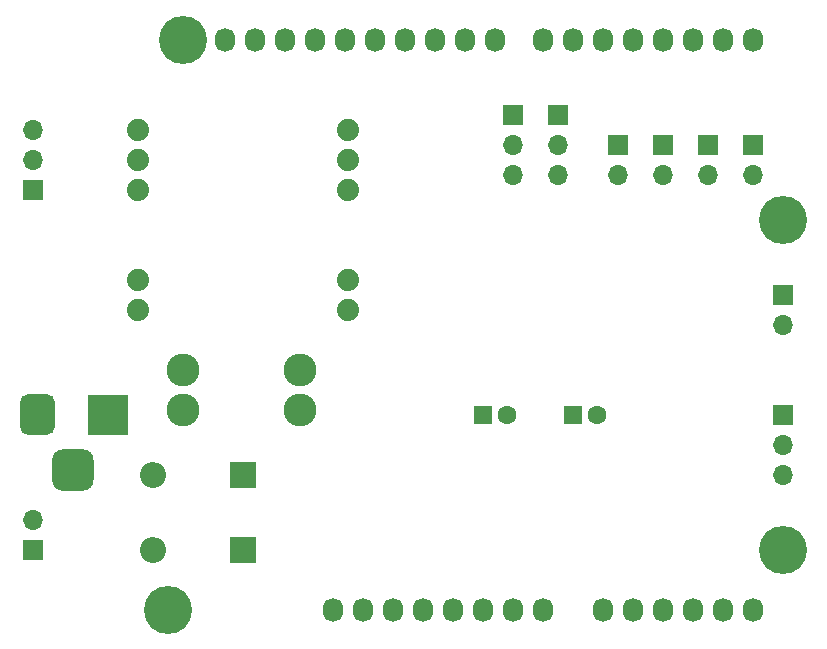
<source format=gbr>
%TF.GenerationSoftware,KiCad,Pcbnew,(5.1.10)-1*%
%TF.CreationDate,2021-10-12T20:12:19-04:00*%
%TF.ProjectId,monkey_arduino_shield,6d6f6e6b-6579-45f6-9172-6475696e6f5f,rev?*%
%TF.SameCoordinates,PX69db1f0PY7882d48*%
%TF.FileFunction,Soldermask,Bot*%
%TF.FilePolarity,Negative*%
%FSLAX46Y46*%
G04 Gerber Fmt 4.6, Leading zero omitted, Abs format (unit mm)*
G04 Created by KiCad (PCBNEW (5.1.10)-1) date 2021-10-12 20:12:19*
%MOMM*%
%LPD*%
G01*
G04 APERTURE LIST*
%ADD10R,3.500000X3.500000*%
%ADD11O,2.200000X2.200000*%
%ADD12R,2.200000X2.200000*%
%ADD13C,1.879600*%
%ADD14O,1.700000X1.700000*%
%ADD15R,1.700000X1.700000*%
%ADD16C,2.780000*%
%ADD17C,1.600000*%
%ADD18R,1.600000X1.600000*%
%ADD19O,1.727200X2.032000*%
%ADD20C,4.064000*%
G04 APERTURE END LIST*
%TO.C,J2*%
G36*
G01*
X4140000Y13475000D02*
X4140000Y15225000D01*
G75*
G02*
X5015000Y16100000I875000J0D01*
G01*
X6765000Y16100000D01*
G75*
G02*
X7640000Y15225000I0J-875000D01*
G01*
X7640000Y13475000D01*
G75*
G02*
X6765000Y12600000I-875000J0D01*
G01*
X5015000Y12600000D01*
G75*
G02*
X4140000Y13475000I0J875000D01*
G01*
G37*
G36*
G01*
X1390000Y18050000D02*
X1390000Y20050000D01*
G75*
G02*
X2140000Y20800000I750000J0D01*
G01*
X3640000Y20800000D01*
G75*
G02*
X4390000Y20050000I0J-750000D01*
G01*
X4390000Y18050000D01*
G75*
G02*
X3640000Y17300000I-750000J0D01*
G01*
X2140000Y17300000D01*
G75*
G02*
X1390000Y18050000I0J750000D01*
G01*
G37*
D10*
X8890000Y19050000D03*
%TD*%
D11*
%TO.C,FB1*%
X12700000Y13970000D03*
D12*
X20320000Y13970000D03*
%TD*%
D11*
%TO.C,D1*%
X12700000Y7620000D03*
D12*
X20320000Y7620000D03*
%TD*%
D13*
%TO.C,U1*%
X29210000Y27940000D03*
X29210000Y30480000D03*
X29210000Y40640000D03*
X29210000Y38100000D03*
X29210000Y43180000D03*
X11430000Y30480000D03*
X11430000Y27940000D03*
X11430000Y38100000D03*
X11430000Y40640000D03*
X11430000Y43180000D03*
%TD*%
D14*
%TO.C,J11*%
X52070000Y39370000D03*
D15*
X52070000Y41910000D03*
%TD*%
D14*
%TO.C,J10*%
X55880000Y39370000D03*
D15*
X55880000Y41910000D03*
%TD*%
D14*
%TO.C,J9*%
X59690000Y39370000D03*
D15*
X59690000Y41910000D03*
%TD*%
D14*
%TO.C,J8*%
X63500000Y39370000D03*
D15*
X63500000Y41910000D03*
%TD*%
D14*
%TO.C,J7*%
X2540000Y10160000D03*
D15*
X2540000Y7620000D03*
%TD*%
D14*
%TO.C,J6*%
X2540000Y43180000D03*
X2540000Y40640000D03*
D15*
X2540000Y38100000D03*
%TD*%
D14*
%TO.C,J5*%
X66040000Y13970000D03*
X66040000Y16510000D03*
D15*
X66040000Y19050000D03*
%TD*%
D14*
%TO.C,J4*%
X46990000Y39370000D03*
X46990000Y41910000D03*
D15*
X46990000Y44450000D03*
%TD*%
D14*
%TO.C,J3*%
X43180000Y39370000D03*
X43180000Y41910000D03*
D15*
X43180000Y44450000D03*
%TD*%
D14*
%TO.C,J1*%
X66040000Y26670000D03*
D15*
X66040000Y29210000D03*
%TD*%
D16*
%TO.C,F1*%
X25160000Y19460000D03*
X25160000Y22860000D03*
X15240000Y19460000D03*
X15240000Y22860000D03*
%TD*%
D17*
%TO.C,C4*%
X50260000Y19050000D03*
D18*
X48260000Y19050000D03*
%TD*%
D17*
%TO.C,C3*%
X42640000Y19050000D03*
D18*
X40640000Y19050000D03*
%TD*%
D19*
%TO.C,P1*%
X27940000Y2540000D03*
X30480000Y2540000D03*
X33020000Y2540000D03*
X35560000Y2540000D03*
X38100000Y2540000D03*
X40640000Y2540000D03*
X43180000Y2540000D03*
X45720000Y2540000D03*
%TD*%
%TO.C,P2*%
X50800000Y2540000D03*
X53340000Y2540000D03*
X55880000Y2540000D03*
X58420000Y2540000D03*
X60960000Y2540000D03*
X63500000Y2540000D03*
%TD*%
%TO.C,P3*%
X18796000Y50800000D03*
X21336000Y50800000D03*
X23876000Y50800000D03*
X26416000Y50800000D03*
X28956000Y50800000D03*
X31496000Y50800000D03*
X34036000Y50800000D03*
X36576000Y50800000D03*
X39116000Y50800000D03*
X41656000Y50800000D03*
%TD*%
%TO.C,P4*%
X45720000Y50800000D03*
X48260000Y50800000D03*
X50800000Y50800000D03*
X53340000Y50800000D03*
X55880000Y50800000D03*
X58420000Y50800000D03*
X60960000Y50800000D03*
X63500000Y50800000D03*
%TD*%
D20*
%TO.C,P5*%
X13970000Y2540000D03*
%TD*%
%TO.C,P6*%
X66040000Y7620000D03*
%TD*%
%TO.C,P7*%
X15240000Y50800000D03*
%TD*%
%TO.C,P8*%
X66040000Y35560000D03*
%TD*%
M02*

</source>
